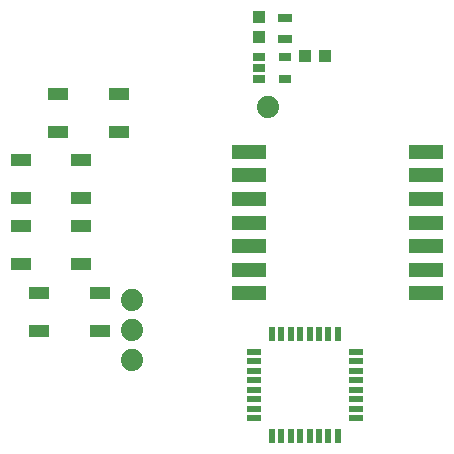
<source format=gbr>
G04 #@! TF.FileFunction,Paste,Top*
%FSLAX46Y46*%
G04 Gerber Fmt 4.6, Leading zero omitted, Abs format (unit mm)*
G04 Created by KiCad (PCBNEW 4.0.7+dfsg1-1ubuntu2) date Sun Jul  1 16:56:56 2018*
%MOMM*%
%LPD*%
G01*
G04 APERTURE LIST*
%ADD10C,0.100000*%
%ADD11C,1.879600*%
%ADD12R,1.198880X0.797560*%
%ADD13R,0.998220X1.099820*%
%ADD14R,1.099820X0.998220*%
%ADD15R,1.060000X0.650000*%
%ADD16R,1.651000X0.998220*%
%ADD17R,2.999740X1.198880*%
%ADD18R,1.270000X0.558800*%
%ADD19R,0.558800X1.270000*%
G04 APERTURE END LIST*
D10*
D11*
X152200000Y-73600000D03*
X152200000Y-71060000D03*
X152200000Y-68520000D03*
D12*
X165077920Y-44660606D03*
X165077920Y-46458926D03*
D13*
X162877920Y-44611406D03*
X162877920Y-46308126D03*
D14*
X168496720Y-47900000D03*
X166800000Y-47900000D03*
D11*
X163700000Y-52200000D03*
D15*
X162900000Y-47950000D03*
X162900000Y-48900000D03*
X162900000Y-49850000D03*
X165100000Y-49850000D03*
X165100000Y-47950000D03*
D16*
X145924440Y-51102340D03*
X145924440Y-54297660D03*
X151075560Y-54297660D03*
X151075560Y-51102340D03*
X142724440Y-56702340D03*
X142724440Y-59897660D03*
X147875560Y-59897660D03*
X147875560Y-56702340D03*
X142724440Y-62302340D03*
X142724440Y-65497660D03*
X147875560Y-65497660D03*
X147875560Y-62302340D03*
X144324440Y-68002340D03*
X144324440Y-71197660D03*
X149475560Y-71197660D03*
X149475560Y-68002340D03*
D17*
X162051920Y-56000520D03*
X162051920Y-58002040D03*
X162051920Y-60001020D03*
X162051920Y-62000000D03*
X162051920Y-63998980D03*
X162051920Y-65997960D03*
X162051920Y-67999480D03*
X177048080Y-67999480D03*
X177048080Y-65997960D03*
X177048080Y-63998980D03*
X177048080Y-62000000D03*
X177048080Y-60001020D03*
X177048080Y-58002040D03*
X177048080Y-56000520D03*
D18*
X162500000Y-72949700D03*
X162500000Y-73749800D03*
X162500000Y-74549900D03*
X162500000Y-75350000D03*
X162500000Y-76147560D03*
X162500000Y-76947660D03*
X162500000Y-77747760D03*
X162500000Y-78547860D03*
D19*
X163993520Y-80041380D03*
X164793620Y-80041380D03*
X165593720Y-80041380D03*
X166393820Y-80041380D03*
X167191380Y-80041380D03*
X167991480Y-80041380D03*
X168791580Y-80041380D03*
X169591680Y-80041380D03*
D18*
X171085200Y-78547860D03*
X171085200Y-77747760D03*
X171085200Y-76947660D03*
X171085200Y-76147560D03*
X171085200Y-75350000D03*
X171085200Y-74549900D03*
X171085200Y-73749800D03*
X171085200Y-72949700D03*
D19*
X169591680Y-71456180D03*
X168791580Y-71456180D03*
X167991480Y-71456180D03*
X167191380Y-71456180D03*
X166393820Y-71456180D03*
X165593720Y-71456180D03*
X164793620Y-71456180D03*
X163993520Y-71456180D03*
M02*

</source>
